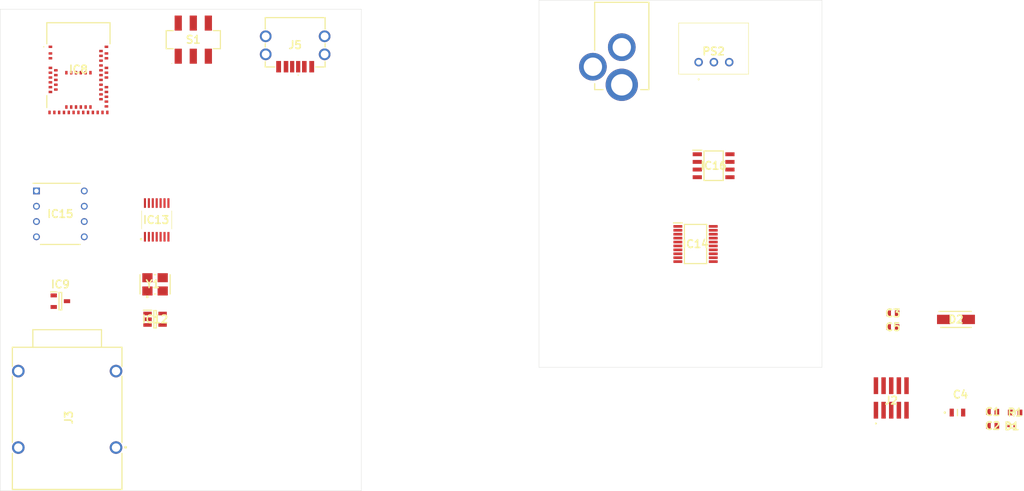
<source format=kicad_pcb>
(kicad_pcb (version 20241229) (generator "pcbnew") (generator_version "9.0")
  (layers (0 "F.Cu" signal) (2 "B.Cu" signal) (13 "F.Paste" user) (15 "B.Paste" user) (5 "F.SilkS" user "F.Silkscreen") (7 "B.SilkS" user "B.Silkscreen") (1 "F.Mask" user) (3 "B.Mask" user) (25 "Edge.Cuts" user))
  (net 0 "")
  (footprint "MySamacSys:CAPC1608X87N" (layer "F.Cu") (at 264.84 99.7075)
    (property "Reference" "C2" (at 0 0 0) (layer "F.SilkS") (effects (font (size 1.27 1.27) (thickness 0.254))))
    (property "Value" "C0603C332J5GACTU" (hide yes))
    (pad "1" smd rect (at -0.7 0) (size 0.78 0.98) (layers "F.Cu" "F.Mask" "F.Paste"))
    (pad "2" smd rect (at 0.7 0) (size 0.78 0.98) (layers "F.Cu" "F.Mask" "F.Paste"))
  )
  (footprint "MySamacSys:NMJ4HCD2" (layer "F.Cu") (at 111.13033 86.655 90)
    (property "Reference" "J3" (at -11.659 0.271 90) (layer "F.SilkS") (effects (font (size 1.27 1.27) (thickness 0.254))))
    (property "Value" "NMJ4HCD2" (hide yes))
    (fp_line (start 0 -9.1) (end -3.192 -9.1) (stroke (width 0.2)) (layer "F.SilkS"))
    (fp_line (start 0 -9.1) (end 0 9.1) (stroke (width 0.2)) (layer "F.SilkS"))
    (fp_line (start -15.8 -9.1) (end -4.8 -9.1) (stroke (width 0.2)) (layer "F.SilkS"))
    (fp_line (start -23.61 -9.1) (end -17.621 -9.1) (stroke (width 0.2)) (layer "F.SilkS"))
    (fp_line (start 2.92 -5.7) (end 0.006 -5.7) (stroke (width 0.2)) (layer "F.SilkS"))
    (fp_line (start 2.92 5.7) (end 2.92 -5.7) (stroke (width 0.2)) (layer "F.SilkS"))
    (fp_line (start 0.076 5.7) (end 2.92 5.7) (stroke (width 0.2)) (layer "F.SilkS"))
    (fp_line (start 0 9.1) (end -3.192 9.1) (stroke (width 0.2)) (layer "F.SilkS"))
    (fp_line (start -15.8 9.1) (end -4.8 9.1) (stroke (width 0.2)) (layer "F.SilkS"))
    (fp_line (start -23.61 9.1) (end -23.61 -9.1) (stroke (width 0.2)) (layer "F.SilkS"))
    (fp_line (start -23.61 9.1) (end -17.621 9.1) (stroke (width 0.2)) (layer "F.SilkS"))
    (fp_circle (center -16.615 9.696) (end -16.615 9.83934) (stroke (width 0.2)) (fill no) (layer "F.SilkS"))
    (pad "1" thru_hole circle (at -16.655 8.115 90) (size 2.1 2.1) (drill 1.4) (layers "*.Cu" "*.Mask"))
    (pad "2" thru_hole circle (at -3.955 8.115 90) (size 2.1 2.1) (drill 1.4) (layers "*.Cu" "*.Mask"))
    (pad "3" thru_hole circle (at -3.955 -8.115 90) (size 2.1 2.1) (drill 1.4) (layers "*.Cu" "*.Mask"))
    (pad "4" thru_hole circle (at -16.655 -8.115 90) (size 2.1 2.1) (drill 1.4) (layers "*.Cu" "*.Mask"))
  )
  (footprint "MySamacSys:SOIC127P600X175-8N" (layer "F.Cu") (at 218.5 56.5)
    (property "Reference" "IC16" (at 0 0 0) (layer "F.SilkS") (effects (font (size 1.27 1.27) (thickness 0.254))))
    (property "Value" "TL072QDREP" (hide yes))
    (fp_line (start -3.475 -2.58) (end -1.948 -2.58) (stroke (width 0.2)) (layer "F.SilkS"))
    (fp_line (start -1.598 -2.452) (end 1.598 -2.452) (stroke (width 0.2)) (layer "F.SilkS"))
    (fp_line (start -1.598 2.452) (end -1.598 -2.452) (stroke (width 0.2)) (layer "F.SilkS"))
    (fp_line (start 1.598 -2.452) (end 1.598 2.452) (stroke (width 0.2)) (layer "F.SilkS"))
    (fp_line (start 1.598 2.452) (end -1.598 2.452) (stroke (width 0.2)) (layer "F.SilkS"))
    (pad "1" smd rect (at -2.711 -1.905 90) (size 0.65 1.528) (layers "F.Cu" "F.Mask" "F.Paste"))
    (pad "2" smd rect (at -2.711 -0.635 90) (size 0.65 1.528) (layers "F.Cu" "F.Mask" "F.Paste"))
    (pad "3" smd rect (at -2.711 0.635 90) (size 0.65 1.528) (layers "F.Cu" "F.Mask" "F.Paste"))
    (pad "4" smd rect (at -2.711 1.905 90) (size 0.65 1.528) (layers "F.Cu" "F.Mask" "F.Paste"))
    (pad "5" smd rect (at 2.711 1.905 90) (size 0.65 1.528) (layers "F.Cu" "F.Mask" "F.Paste"))
    (pad "6" smd rect (at 2.711 0.635 90) (size 0.65 1.528) (layers "F.Cu" "F.Mask" "F.Paste"))
    (pad "7" smd rect (at 2.711 -0.635 90) (size 0.65 1.528) (layers "F.Cu" "F.Mask" "F.Paste"))
    (pad "8" smd rect (at 2.711 -1.905 90) (size 0.65 1.528) (layers "F.Cu" "F.Mask" "F.Paste"))
  )
  (footprint "MySamacSys:SODFL1006X40N" (layer "F.Cu") (at 268.035 99.7625)
    (property "Reference" "D1" (at 0 0 0) (layer "F.SilkS") (effects (font (size 1.27 1.27) (thickness 0.254))))
    (property "Value" "ESD9B5.0ST5G" (hide yes))
    (fp_line (start -0.755 -0.3) (end 0.4 -0.3) (stroke (width 0.2)) (layer "F.SilkS"))
    (fp_line (start -0.4 0.3) (end 0.4 0.3) (stroke (width 0.2)) (layer "F.SilkS"))
    (pad "1" smd rect (at -0.5 0 90) (size 0.32 0.51) (layers "F.Cu" "F.Mask" "F.Paste"))
    (pad "2" smd rect (at 0.5 0 90) (size 0.32 0.51) (layers "F.Cu" "F.Mask" "F.Paste"))
  )
  (footprint "MySamacSys:RAPC722X" (layer "F.Cu") (at 203.25 36.81 180)
    (property "Reference" "J4" (at -0.375 0.366 0) (layer "F.SilkS") (effects (font (size 1.27 1.27) (thickness 0.254))))
    (property "Value" "RAPC722X" (hide yes))
    (fp_line (start 4.5 7.45) (end 4.5 -0.507) (stroke (width 0.2)) (layer "F.SilkS"))
    (fp_line (start 4.5 -7.05) (end 4.5 -6.057) (stroke (width 0.2)) (layer "F.SilkS"))
    (fp_line (start 4.5 -7.05) (end 3.115 -7.05) (stroke (width 0.2)) (layer "F.SilkS"))
    (fp_line (start -4.5 7.45) (end 4.5 7.45) (stroke (width 0.2)) (layer "F.SilkS"))
    (fp_line (start -4.5 -7.05) (end -3.132 -7.05) (stroke (width 0.2)) (layer "F.SilkS"))
    (fp_line (start -4.5 -7.05) (end -4.5 7.45) (stroke (width 0.2)) (layer "F.SilkS"))
    (pad "1" thru_hole circle (at 4.8 -3.25 180) (size 4.6 4.6) (drill 3.05) (layers "*.Cu" "*.Mask"))
    (pad "2" thru_hole circle (at 0 0 180) (size 4.6 4.6) (drill 3.05) (layers "*.Cu" "*.Mask"))
    (pad "3" thru_hole circle (at 0 -6.25 180) (size 5.36 5.36) (drill 3.56) (layers "*.Cu" "*.Mask"))
  )
  (footprint "MySamacSys:SOT95P270X145-5N" (layer "F.Cu") (at 125.73 82)
    (property "Reference" "IC12" (at 0 0 0) (layer "F.SilkS") (effects (font (size 1.27 1.27) (thickness 0.254))))
    (property "Value" "MCP73831T-2ACI_OT" (hide yes))
    (fp_line (start -1.95 -1.5) (end -0.55 -1.5) (stroke (width 0.2)) (layer "F.SilkS"))
    (fp_line (start -0.2 -1.45) (end 0.2 -1.45) (stroke (width 0.2)) (layer "F.SilkS"))
    (fp_line (start -0.2 1.45) (end -0.2 -1.45) (stroke (width 0.2)) (layer "F.SilkS"))
    (fp_line (start 0.2 -1.45) (end 0.2 1.45) (stroke (width 0.2)) (layer "F.SilkS"))
    (fp_line (start 0.2 1.45) (end -0.2 1.45) (stroke (width 0.2)) (layer "F.SilkS"))
    (pad "1" smd rect (at -1.25 -0.95 90) (size 0.6 1.4) (layers "F.Cu" "F.Mask" "F.Paste"))
    (pad "2" smd rect (at -1.25 0 90) (size 0.6 1.4) (layers "F.Cu" "F.Mask" "F.Paste"))
    (pad "3" smd rect (at -1.25 0.95 90) (size 0.6 1.4) (layers "F.Cu" "F.Mask" "F.Paste"))
    (pad "4" smd rect (at 1.25 0.95 90) (size 0.6 1.4) (layers "F.Cu" "F.Mask" "F.Paste"))
    (pad "5" smd rect (at 1.25 -0.95 90) (size 0.6 1.4) (layers "F.Cu" "F.Mask" "F.Paste"))
  )
  (footprint "MySamacSys:PCM1808PWR" (layer "F.Cu") (at 126 65.5)
    (property "Reference" "IC13" (at -0.1 0 0) (layer "F.SilkS") (effects (font (size 1.27 1.27) (thickness 0.254))))
    (property "Value" "PCM1808PWR" (hide yes))
    (fp_line (start -2.6 3.1) (end -2.6 3.1) (stroke (width 0.2)) (layer "F.SilkS"))
    (fp_line (start -2.6 3.3) (end -2.6 3.3) (stroke (width 0.2)) (layer "F.SilkS"))
    (fp_line (start -2.5 -1.5) (end -2.5 1.5) (stroke (width 0.1)) (layer "F.SilkS"))
    (fp_line (start 2.5 -1.5) (end 2.5 1.5) (stroke (width 0.1)) (layer "F.SilkS"))
    (fp_arc (start -2.6 3.1) (mid -2.5 3.2) (end -2.6 3.3) (stroke (width 0.2)) (layer "F.SilkS"))
    (fp_arc (start -2.6 3.3) (mid -2.7 3.2) (end -2.6 3.1) (stroke (width 0.2)) (layer "F.SilkS"))
    (pad "1" smd rect (at -1.95 2.8) (size 0.35 1.6) (layers "F.Cu" "F.Mask" "F.Paste"))
    (pad "2" smd rect (at -1.3 2.8) (size 0.35 1.6) (layers "F.Cu" "F.Mask" "F.Paste"))
    (pad "3" smd rect (at -0.65 2.8) (size 0.35 1.6) (layers "F.Cu" "F.Mask" "F.Paste"))
    (pad "4" smd rect (at 0 2.8) (size 0.35 1.6) (layers "F.Cu" "F.Mask" "F.Paste"))
    (pad "5" smd rect (at 0.65 2.8) (size 0.35 1.6) (layers "F.Cu" "F.Mask" "F.Paste"))
    (pad "6" smd rect (at 1.3 2.8) (size 0.35 1.6) (layers "F.Cu" "F.Mask" "F.Paste"))
    (pad "7" smd rect (at 1.95 2.8) (size 0.35 1.6) (layers "F.Cu" "F.Mask" "F.Paste"))
    (pad "8" smd rect (at 1.95 -2.8) (size 0.35 1.6) (layers "F.Cu" "F.Mask" "F.Paste"))
    (pad "9" smd rect (at 1.3 -2.8) (size 0.35 1.6) (layers "F.Cu" "F.Mask" "F.Paste"))
    (pad "10" smd rect (at 0.65 -2.8) (size 0.35 1.6) (layers "F.Cu" "F.Mask" "F.Paste"))
    (pad "11" smd rect (at 0 -2.8) (size 0.35 1.6) (layers "F.Cu" "F.Mask" "F.Paste"))
    (pad "12" smd rect (at -0.65 -2.8) (size 0.35 1.6) (layers "F.Cu" "F.Mask" "F.Paste"))
    (pad "13" smd rect (at -1.3 -2.8) (size 0.35 1.6) (layers "F.Cu" "F.Mask" "F.Paste"))
    (pad "14" smd rect (at -1.95 -2.8) (size 0.35 1.6) (layers "F.Cu" "F.Mask" "F.Paste"))
  )
  (footprint "MySamacSys:DIOM5127X229N" (layer "F.Cu") (at 258.755 82.03)
    (property "Reference" "D2" (at 0 0 0) (layer "F.SilkS") (effects (font (size 1.27 1.27) (thickness 0.254))))
    (property "Value" "SS14-E3_61T" (hide yes))
    (fp_line (start -2.552 1.332) (end 2.552 1.332) (stroke (width 0.2)) (layer "F.SilkS"))
    (fp_line (start 2.552 -1.332) (end -2.825 -1.332) (stroke (width 0.2)) (layer "F.SilkS"))
    (pad "1" smd rect (at -2.05 0 90) (size 1.55 2.2) (layers "F.Cu" "F.Mask" "F.Paste"))
    (pad "2" smd rect (at 2.05 0 90) (size 1.55 2.2) (layers "F.Cu" "F.Mask" "F.Paste"))
  )
  (footprint "MySamacSys:SOT96P240X135-3N" (layer "F.Cu") (at 110 79)
    (property "Reference" "IC9" (at 0 -2.8 0) (layer "F.SilkS") (effects (font (size 1.27 1.27) (thickness 0.254))))
    (property "Value" "AP7333-33SAG-7" (hide yes))
    (fp_line (start -1.625 -1.535) (end -0.575 -1.535) (stroke (width 0.2)) (layer "F.SilkS"))
    (fp_line (start -0.225 -1.45) (end 0.225 -1.45) (stroke (width 0.2)) (layer "F.SilkS"))
    (fp_line (start -0.225 1.45) (end -0.225 -1.45) (stroke (width 0.2)) (layer "F.SilkS"))
    (fp_line (start 0.225 -1.45) (end 0.225 1.45) (stroke (width 0.2)) (layer "F.SilkS"))
    (fp_line (start 0.225 1.45) (end -0.225 1.45) (stroke (width 0.2)) (layer "F.SilkS"))
    (pad "1" smd rect (at -1.1 -0.96 90) (size 0.65 1.05) (layers "F.Cu" "F.Mask" "F.Paste"))
    (pad "2" smd rect (at -1.1 0.96 90) (size 0.65 1.05) (layers "F.Cu" "F.Mask" "F.Paste"))
    (pad "3" smd rect (at 1.1 0 90) (size 0.65 1.05) (layers "F.Cu" "F.Mask" "F.Paste"))
  )
  (footprint "MySamacSys:R78E1205" (layer "F.Cu") (at 216.01 39.3)
    (property "Reference" "PS2" (at 2.49 -1.8 0) (layer "F.SilkS") (effects (font (size 1.27 1.27) (thickness 0.254))))
    (property "Value" "R-78E3.3-0.5" (hide yes))
    (fp_line (start -3.31 -6.5) (end 8.29 -6.5) (stroke (width 0.1)) (layer "F.SilkS"))
    (fp_line (start -3.31 2) (end -3.31 -6.5) (stroke (width 0.1)) (layer "F.SilkS"))
    (fp_line (start 0 2.8) (end 0 2.8) (stroke (width 0.2)) (layer "F.SilkS"))
    (fp_line (start 0 2.9) (end 0 2.9) (stroke (width 0.2)) (layer "F.SilkS"))
    (fp_line (start 0 2.9) (end 0 2.9) (stroke (width 0.2)) (layer "F.SilkS"))
    (fp_line (start 8.29 -6.5) (end 8.29 2) (stroke (width 0.1)) (layer "F.SilkS"))
    (fp_line (start 8.29 2) (end -3.31 2) (stroke (width 0.1)) (layer "F.SilkS"))
    (fp_arc (start 0 2.8) (mid 0.05 2.85) (end 0 2.9) (stroke (width 0.2)) (layer "F.SilkS"))
    (fp_arc (start 0 2.8) (mid 0.05 2.85) (end 0 2.9) (stroke (width 0.2)) (layer "F.SilkS"))
    (fp_arc (start 0 2.9) (mid -0.05 2.85) (end 0 2.8) (stroke (width 0.2)) (layer "F.SilkS"))
    (pad "1" thru_hole circle (at 0 0) (size 1.414 1.414) (drill 0.87) (layers "*.Cu" "*.Mask"))
    (pad "2" thru_hole circle (at 2.54 0) (size 1.414 1.414) (drill 0.87) (layers "*.Cu" "*.Mask"))
    (pad "3" thru_hole circle (at 5.08 0) (size 1.414 1.414) (drill 0.87) (layers "*.Cu" "*.Mask"))
  )
  (footprint "MySamacSys:FTSH10501LDVK" (layer "F.Cu") (at 248 97.1075)
    (property "Reference" "J2" (at 0 -1.607 0) (layer "F.SilkS") (effects (font (size 1.27 1.27) (thickness 0.254))))
    (property "Value" "FTSH-105-01-L-DV-K" (hide yes))
    (fp_line (start -2.6 2.2) (end -2.6 2.2) (stroke (width 0.2)) (layer "F.SilkS"))
    (fp_line (start -2.6 2.2) (end -2.6 2.2) (stroke (width 0.2)) (layer "F.SilkS"))
    (fp_line (start -2.5 2.2) (end -2.5 2.2) (stroke (width 0.2)) (layer "F.SilkS"))
    (fp_arc (start -2.6 2.2) (mid -2.55 2.15) (end -2.5 2.2) (stroke (width 0.2)) (layer "F.SilkS"))
    (fp_arc (start -2.5 2.2) (mid -2.55 2.25) (end -2.6 2.2) (stroke (width 0.2)) (layer "F.SilkS"))
    (fp_arc (start -2.5 2.2) (mid -2.55 2.25) (end -2.6 2.2) (stroke (width 0.2)) (layer "F.SilkS"))
    (pad "1" smd rect (at -2.54 0) (size 0.74 2.79) (layers "F.Cu" "F.Mask" "F.Paste"))
    (pad "2" smd rect (at -2.54 -4.07) (size 0.74 2.79) (layers "F.Cu" "F.Mask" "F.Paste"))
    (pad "3" smd rect (at -1.27 0) (size 0.74 2.79) (layers "F.Cu" "F.Mask" "F.Paste"))
    (pad "4" smd rect (at -1.27 -4.07) (size 0.74 2.79) (layers "F.Cu" "F.Mask" "F.Paste"))
    (pad "5" smd rect (at 0 0) (size 0.74 2.79) (layers "F.Cu" "F.Mask" "F.Paste"))
    (pad "6" smd rect (at 0 -4.07) (size 0.74 2.79) (layers "F.Cu" "F.Mask" "F.Paste"))
    (pad "7" smd rect (at 1.27 0) (size 0.74 2.79) (layers "F.Cu" "F.Mask" "F.Paste"))
    (pad "8" smd rect (at 1.27 -4.07) (size 0.74 2.79) (layers "F.Cu" "F.Mask" "F.Paste"))
    (pad "9" smd rect (at 2.54 0) (size 0.74 2.79) (layers "F.Cu" "F.Mask" "F.Paste"))
    (pad "10" smd rect (at 2.54 -4.07) (size 0.74 2.79) (layers "F.Cu" "F.Mask" "F.Paste"))
  )
  (footprint "MySamacSys:4078" (layer "F.Cu") (at 113 40.5)
    (property "Reference" "IC8" (at 0 0 0) (layer "F.SilkS") (effects (font (size 1.27 1.27) (thickness 0.254))))
    (property "Value" "4078" (hide yes))
    (fp_line (start -5.8 -3.75) (end -5.8 -3.75) (stroke (width 0.1)) (layer "F.SilkS"))
    (fp_line (start -5.7 -3.75) (end -5.7 -3.75) (stroke (width 0.1)) (layer "F.SilkS"))
    (fp_line (start -5.25 -7.75) (end 5.25 -7.75) (stroke (width 0.2)) (layer "F.SilkS"))
    (fp_line (start -5.25 -4.25) (end -5.25 -7.75) (stroke (width 0.2)) (layer "F.SilkS"))
    (fp_line (start -5.25 4.35) (end -5.25 6.35) (stroke (width 0.2)) (layer "F.SilkS"))
    (fp_line (start 5.25 -7.75) (end 5.25 -4.25) (stroke (width 0.2)) (layer "F.SilkS"))
    (fp_arc (start -5.8 -3.75) (mid -5.75 -3.8) (end -5.7 -3.75) (stroke (width 0.1)) (layer "F.SilkS"))
    (fp_arc (start -5.7 -3.75) (mid -5.75 -3.7) (end -5.8 -3.75) (stroke (width 0.1)) (layer "F.SilkS"))
    (pad "1" smd rect (at -4.65 -3.75 90) (size 0.4 0.6) (layers "F.Cu" "F.Mask" "F.Paste"))
    (pad "2" smd rect (at -4.65 -2.65 90) (size 0.4 0.6) (layers "F.Cu" "F.Mask" "F.Paste"))
    (pad "3" smd rect (at -4.65 -1.85 90) (size 0.4 0.6) (layers "F.Cu" "F.Mask" "F.Paste"))
    (pad "4" smd rect (at -4.65 -0.25 90) (size 0.4 0.6) (layers "F.Cu" "F.Mask" "F.Paste"))
    (pad "5" smd rect (at -3.75 0.15 90) (size 0.4 0.6) (layers "F.Cu" "F.Mask" "F.Paste"))
    (pad "6" smd rect (at -4.65 0.55 90) (size 0.4 0.6) (layers "F.Cu" "F.Mask" "F.Paste"))
    (pad "7" smd rect (at -3.75 0.95 90) (size 0.4 0.6) (layers "F.Cu" "F.Mask" "F.Paste"))
    (pad "8" smd rect (at -4.65 1.35 90) (size 0.4 0.6) (layers "F.Cu" "F.Mask" "F.Paste"))
    (pad "9" smd rect (at -3.75 1.75 90) (size 0.4 0.6) (layers "F.Cu" "F.Mask" "F.Paste"))
    (pad "10" smd rect (at -4.65 2.15 90) (size 0.4 0.6) (layers "F.Cu" "F.Mask" "F.Paste"))
    (pad "11" smd rect (at -3.75 2.55 90) (size 0.4 0.6) (layers "F.Cu" "F.Mask" "F.Paste"))
    (pad "12" smd rect (at -4.65 2.95 90) (size 0.4 0.6) (layers "F.Cu" "F.Mask" "F.Paste"))
    (pad "13" smd rect (at -3.75 3.35 90) (size 0.4 0.6) (layers "F.Cu" "F.Mask" "F.Paste"))
    (pad "14" smd rect (at -4.65 3.75 90) (size 0.4 0.6) (layers "F.Cu" "F.Mask" "F.Paste"))
    (pad "15" smd rect (at -4.8 7.15) (size 0.4 0.6) (layers "F.Cu" "F.Mask" "F.Paste"))
    (pad "16" smd rect (at -4 7.15) (size 0.4 0.6) (layers "F.Cu" "F.Mask" "F.Paste"))
    (pad "17" smd rect (at -3.2 7.15) (size 0.4 0.6) (layers "F.Cu" "F.Mask" "F.Paste"))
    (pad "18" smd rect (at -2.4 7.15) (size 0.4 0.6) (layers "F.Cu" "F.Mask" "F.Paste"))
    (pad "19" smd rect (at -2 6.25) (size 0.4 0.6) (layers "F.Cu" "F.Mask" "F.Paste"))
    (pad "20" smd rect (at -1.6 7.15) (size 0.4 0.6) (layers "F.Cu" "F.Mask" "F.Paste"))
    (pad "21" smd rect (at -1.2 6.25) (size 0.4 0.6) (layers "F.Cu" "F.Mask" "F.Paste"))
    (pad "22" smd rect (at -0.8 7.15) (size 0.4 0.6) (layers "F.Cu" "F.Mask" "F.Paste"))
    (pad "23" smd rect (at -0.4 6.25) (size 0.4 0.6) (layers "F.Cu" "F.Mask" "F.Paste"))
    (pad "24" smd rect (at 0 7.15) (size 0.4 0.6) (layers "F.Cu" "F.Mask" "F.Paste"))
    (pad "25" smd rect (at 0.4 6.25) (size 0.4 0.6) (layers "F.Cu" "F.Mask" "F.Paste"))
    (pad "26" smd rect (at 0.8 7.15) (size 0.4 0.6) (layers "F.Cu" "F.Mask" "F.Paste"))
    (pad "27" smd rect (at 1.2 6.25) (size 0.4 0.6) (layers "F.Cu" "F.Mask" "F.Paste"))
    (pad "28" smd rect (at 1.6 7.15) (size 0.4 0.6) (layers "F.Cu" "F.Mask" "F.Paste"))
    (pad "29" smd rect (at 2 6.25) (size 0.4 0.6) (layers "F.Cu" "F.Mask" "F.Paste"))
    (pad "30" smd rect (at 2.4 7.15) (size 0.4 0.6) (layers "F.Cu" "F.Mask" "F.Paste"))
    (pad "31" smd rect (at 3.2 7.15) (size 0.4 0.6) (layers "F.Cu" "F.Mask" "F.Paste"))
    (pad "32" smd rect (at 4 7.15) (size 0.4 0.6) (layers "F.Cu" "F.Mask" "F.Paste"))
    (pad "33" smd rect (at 4.8 7.15) (size 0.4 0.6) (layers "F.Cu" "F.Mask" "F.Paste"))
    (pad "34" smd rect (at 4.65 6.15 90) (size 0.4 0.6) (layers "F.Cu" "F.Mask" "F.Paste"))
    (pad "35" smd rect (at 4.65 5.35 90) (size 0.4 0.6) (layers "F.Cu" "F.Mask" "F.Paste"))
    (pad "36" smd rect (at 3.75 4.95 90) (size 0.4 0.6) (layers "F.Cu" "F.Mask" "F.Paste"))
    (pad "37" smd rect (at 4.65 4.55 90) (size 0.4 0.6) (layers "F.Cu" "F.Mask" "F.Paste"))
    (pad "38" smd rect (at 3.75 4.15 90) (size 0.4 0.6) (layers "F.Cu" "F.Mask" "F.Paste"))
    (pad "39" smd rect (at 4.65 3.75 90) (size 0.4 0.6) (layers "F.Cu" "F.Mask" "F.Paste"))
    (pad "40" smd rect (at 3.75 3.35 90) (size 0.4 0.6) (layers "F.Cu" "F.Mask" "F.Paste"))
    (pad "41" smd rect (at 4.65 2.95 90) (size 0.4 0.6) (layers "F.Cu" "F.Mask" "F.Paste"))
    (pad "42" smd rect (at 3.75 2.55 90) (size 0.4 0.6) (layers "F.Cu" "F.Mask" "F.Paste"))
    (pad "43" smd rect (at 3.75 1.75 90) (size 0.4 0.6) (layers "F.Cu" "F.Mask" "F.Paste"))
    (pad "44" smd rect (at 4.65 1.35 90) (size 0.4 0.6) (layers "F.Cu" "F.Mask" "F.Paste"))
    (pad "45" smd rect (at 3.75 0.95 90) (size 0.4 0.6) (layers "F.Cu" "F.Mask" "F.Paste"))
    (pad "46" smd rect (at 4.65 0.55 90) (size 0.4 0.6) (layers "F.Cu" "F.Mask" "F.Paste"))
    (pad "47" smd rect (at 3.75 0.15 90) (size 0.4 0.6) (layers "F.Cu" "F.Mask" "F.Paste"))
    (pad "48" smd rect (at 4.65 -0.25 90) (size 0.4 0.6) (layers "F.Cu" "F.Mask" "F.Paste"))
    (pad "49" smd rect (at 3.75 -0.65 90) (size 0.4 0.6) (layers "F.Cu" "F.Mask" "F.Paste"))
    (pad "50" smd rect (at 3.75 -1.45 90) (size 0.4 0.6) (layers "F.Cu" "F.Mask" "F.Paste"))
    (pad "51" smd rect (at 4.65 -1.85 90) (size 0.4 0.6) (layers "F.Cu" "F.Mask" "F.Paste"))
    (pad "52" smd rect (at 3.75 -2.25 90) (size 0.4 0.6) (layers "F.Cu" "F.Mask" "F.Paste"))
    (pad "53" smd rect (at 4.65 -2.65 90) (size 0.4 0.6) (layers "F.Cu" "F.Mask" "F.Paste"))
    (pad "54" smd rect (at 3.75 -3.05 90) (size 0.4 0.6) (layers "F.Cu" "F.Mask" "F.Paste"))
    (pad "55" smd rect (at 4.65 -3.75 90) (size 0.4 0.6) (layers "F.Cu" "F.Mask" "F.Paste"))
    (pad "56" smd rect (at -2 0.55) (size 0.4 0.6) (layers "F.Cu" "F.Mask" "F.Paste"))
    (pad "57" smd rect (at -1.2 0.55) (size 0.4 0.6) (layers "F.Cu" "F.Mask" "F.Paste"))
    (pad "58" smd rect (at -0.4 0.55) (size 0.4 0.6) (layers "F.Cu" "F.Mask" "F.Paste"))
    (pad "59" smd rect (at 0.4 0.55) (size 0.4 0.6) (layers "F.Cu" "F.Mask" "F.Paste"))
    (pad "60" smd rect (at 1.2 0.55) (size 0.4 0.6) (layers "F.Cu" "F.Mask" "F.Paste"))
    (pad "61" smd rect (at 2 0.55) (size 0.4 0.6) (layers "F.Cu" "F.Mask" "F.Paste"))
  )
  (footprint "MySamacSys:GRM21BR60J226ME39L" (layer "F.Cu") (at 259 97.5)
    (property "Reference" "C4" (at 0.5 -3 0) (layer "F.SilkS") (effects (font (size 1.27 1.27) (thickness 0.254))))
    (property "Value" "GRM21BR60J226ME39L" (hide yes))
    (fp_line (start -2.1 -0.1) (end -2.1 -0.1) (stroke (width 0.2)) (layer "F.SilkS"))
    (fp_line (start -2.1 0.1) (end -2.1 0.1) (stroke (width 0.2)) (layer "F.SilkS"))
    (fp_line (start 0 -0.525) (end 0 0.525) (stroke (width 0.2)) (layer "F.SilkS"))
    (fp_arc (start -2.1 -0.1) (mid -2 0) (end -2.1 0.1) (stroke (width 0.2)) (layer "F.SilkS"))
    (fp_arc (start -2.1 0.1) (mid -2.2 0) (end -2.1 -0.1) (stroke (width 0.2)) (layer "F.SilkS"))
    (pad "1" smd rect (at -0.95 0) (size 0.7 1.3) (layers "F.Cu" "F.Mask" "F.Paste"))
    (pad "2" smd rect (at 0.95 0) (size 0.7 1.3) (layers "F.Cu" "F.Mask" "F.Paste"))
  )
  (footprint "MySamacSys:JS202011SCQN" (layer "F.Cu") (at 132.08 35.56)
    (property "Reference" "S1" (at 0 0.002 0) (layer "F.SilkS") (effects (font (size 1.27 1.27) (thickness 0.254))))
    (property "Value" "JS202011SCQN" (hide yes))
    (fp_line (start -4.5 -1.5) (end -4.5 1.5) (stroke (width 0.2)) (layer "F.SilkS"))
    (fp_line (start -4.5 -1.5) (end -3.323 -1.5) (stroke (width 0.2)) (layer "F.SilkS"))
    (fp_line (start -4.5 1.5) (end -3.323 1.5) (stroke (width 0.2)) (layer "F.SilkS"))
    (fp_line (start -3.614 3.968) (end -3.614 3.968) (stroke (width 0.07159)) (layer "F.SilkS"))
    (fp_line (start -3.542 3.968) (end -3.542 3.968) (stroke (width 0.07159)) (layer "F.SilkS"))
    (fp_line (start 4.5 -1.5) (end 3.323 -1.5) (stroke (width 0.2)) (layer "F.SilkS"))
    (fp_line (start 4.5 1.5) (end 3.323 1.5) (stroke (width 0.2)) (layer "F.SilkS"))
    (fp_line (start 4.5 1.5) (end 4.5 -1.5) (stroke (width 0.2)) (layer "F.SilkS"))
    (fp_arc (start -3.614 3.968) (mid -3.578 3.932) (end -3.542 3.968) (stroke (width 0.07159)) (layer "F.SilkS"))
    (fp_arc (start -3.542 3.968) (mid -3.578 4.004) (end -3.614 3.968) (stroke (width 0.07159)) (layer "F.SilkS"))
    (pad "1" smd rect (at -2.5 2.75) (size 1.2 2.5) (layers "F.Cu" "F.Mask" "F.Paste"))
    (pad "2" smd rect (at 0 2.75) (size 1.2 2.5) (layers "F.Cu" "F.Mask" "F.Paste"))
    (pad "3" smd rect (at 2.5 2.75) (size 1.2 2.5) (layers "F.Cu" "F.Mask" "F.Paste"))
    (pad "4" smd rect (at -2.5 -2.75) (size 1.2 2.5) (layers "F.Cu" "F.Mask" "F.Paste"))
    (pad "5" smd rect (at 0 -2.75) (size 1.2 2.5) (layers "F.Cu" "F.Mask" "F.Paste"))
    (pad "6" smd rect (at 2.5 -2.75) (size 1.2 2.5) (layers "F.Cu" "F.Mask" "F.Paste"))
  )
  (footprint "MySamacSys:RESC1608X55N" (layer "F.Cu") (at 268.58 97.4875)
    (property "Reference" "R1" (at 0 0 0) (layer "F.SilkS") (effects (font (size 1.27 1.27) (thickness 0.254))))
    (property "Value" "RC0603FR-07100KL" (hide yes))
    (fp_line (start 0 -0.3) (end 0 0.3) (stroke (width 0.2)) (layer "F.SilkS"))
    (pad "1" smd rect (at -0.8 0) (size 0.8 0.95) (layers "F.Cu" "F.Mask" "F.Paste"))
    (pad "2" smd rect (at 0.8 0) (size 0.8 0.95) (layers "F.Cu" "F.Mask" "F.Paste"))
  )
  (footprint "MySamacSys:CAPC1608X90N" (layer "F.Cu") (at 248.28 83.295)
    (property "Reference" "C5" (at 0 0 0) (layer "F.SilkS") (effects (font (size 1.27 1.27) (thickness 0.254))))
    (property "Value" "GRM188R60J106ME47D" (hide yes))
    (pad "1" smd rect (at -0.7 0) (size 0.75 0.94) (layers "F.Cu" "F.Mask" "F.Paste"))
    (pad "2" smd rect (at 0.7 0) (size 0.75 0.94) (layers "F.Cu" "F.Mask" "F.Paste"))
  )
  (footprint "MySamacSys:CAPC1608X87N" (layer "F.Cu") (at 264.84 97.3775)
    (property "Reference" "C1" (at 0 0 0) (layer "F.SilkS") (effects (font (size 1.27 1.27) (thickness 0.254))))
    (property "Value" "C0603C102J5GACTU" (hide yes))
    (pad "1" smd rect (at -0.7 0) (size 0.78 0.98) (layers "F.Cu" "F.Mask" "F.Paste"))
    (pad "2" smd rect (at 0.7 0) (size 0.78 0.98) (layers "F.Cu" "F.Mask" "F.Paste"))
  )
  (footprint "MySamacSys:USB4736GFA" (layer "F.Cu") (at 149 36 180)
    (property "Reference" "J5" (at 0 -0.45 0) (layer "F.SilkS") (effects (font (size 1.27 1.27) (thickness 0.254))))
    (property "Value" "USB4736-GF-A" (hide yes))
    (fp_line (start 4.97 4.1) (end -4.97 4.1) (stroke (width 0.2)) (layer "F.SilkS"))
    (fp_line (start 4.97 2.2) (end 4.97 4.1) (stroke (width 0.2)) (layer "F.SilkS"))
    (fp_line (start 4.97 -0.8) (end 4.97 -0.2) (stroke (width 0.2)) (layer "F.SilkS"))
    (fp_line (start 4.97 -4.1) (end 4.97 -3.2) (stroke (width 0.2)) (layer "F.SilkS"))
    (fp_line (start 3.4 -4.1) (end 4.97 -4.1) (stroke (width 0.2)) (layer "F.SilkS"))
    (fp_line (start -0.5 -5.4) (end -0.5 -5.4) (stroke (width 0.1)) (layer "F.SilkS"))
    (fp_line (start -0.5 -5.5) (end -0.5 -5.5) (stroke (width 0.1)) (layer "F.SilkS"))
    (fp_line (start -4.97 4.1) (end -4.97 2.2) (stroke (width 0.2)) (layer "F.SilkS"))
    (fp_line (start -4.97 -0.2) (end -4.97 -0.8) (stroke (width 0.2)) (layer "F.SilkS"))
    (fp_line (start -4.97 -3.2) (end -4.97 -4.1) (stroke (width 0.2)) (layer "F.SilkS"))
    (fp_line (start -4.97 -4.1) (end -3.4 -4.1) (stroke (width 0.2)) (layer "F.SilkS"))
    (fp_arc (start -0.5 -5.4) (mid -0.55 -5.45) (end -0.5 -5.5) (stroke (width 0.1)) (layer "F.SilkS"))
    (fp_arc (start -0.5 -5.5) (mid -0.45 -5.45) (end -0.5 -5.4) (stroke (width 0.1)) (layer "F.SilkS"))
    (pad "" np_thru_hole circle (at -3.25 -1.9 180) (size 0.95 0.95) (drill 0.95) (layers "*.Cu" "*.Mask"))
    (pad "" np_thru_hole circle (at 3.25 -1.9 180) (size 0.95 0.95) (drill 0.95) (layers "*.Cu" "*.Mask"))
    (pad "A5" smd rect (at -0.5 -4.05 180) (size 0.7 1.9) (layers "F.Cu" "F.Mask" "F.Paste"))
    (pad "A9" smd rect (at 1.52 -4.05 180) (size 0.76 1.9) (layers "F.Cu" "F.Mask" "F.Paste"))
    (pad "A12" smd rect (at 2.75 -4.05 180) (size 0.8 1.9) (layers "F.Cu" "F.Mask" "F.Paste"))
    (pad "B5" smd rect (at 0.5 -4.05 180) (size 0.7 1.9) (layers "F.Cu" "F.Mask" "F.Paste"))
    (pad "B9" smd rect (at -1.52 -4.05 180) (size 0.76 1.9) (layers "F.Cu" "F.Mask" "F.Paste"))
    (pad "B12" smd rect (at -2.75 -4.05 180) (size 0.8 1.9) (layers "F.Cu" "F.Mask" "F.Paste"))
    (pad "S1" thru_hole circle (at -4.895 -2 180) (size 1.95 1.95) (drill 1.3) (layers "*.Cu" "*.Mask"))
    (pad "S2" thru_hole circle (at -4.895 1 180) (size 1.95 1.95) (drill 1.3) (layers "*.Cu" "*.Mask"))
    (pad "S3" thru_hole circle (at 4.895 -2 180) (size 1.95 1.95) (drill 1.3) (layers "*.Cu" "*.Mask"))
    (pad "S4" thru_hole circle (at 4.895 1 180) (size 1.95 1.95) (drill 1.3) (layers "*.Cu" "*.Mask"))
  )
  (footprint "MySamacSys:CAPC1608X90N" (layer "F.Cu") (at 248.28 81.005)
    (property "Reference" "C3" (at 0 0 0) (layer "F.SilkS") (effects (font (size 1.27 1.27) (thickness 0.254))))
    (property "Value" "GCM188R71H104KA57J" (hide yes))
    (pad "1" smd rect (at -0.7 0) (size 0.75 0.94) (layers "F.Cu" "F.Mask" "F.Paste"))
    (pad "2" smd rect (at 0.7 0) (size 0.75 0.94) (layers "F.Cu" "F.Mask" "F.Paste"))
  )
  (footprint "MySamacSys:DIP794W53P254L959H508Q8N" (layer "F.Cu") (at 110 64.5)
    (property "Reference" "IC15" (at 0 0 0) (layer "F.SilkS") (effects (font (size 1.27 1.27) (thickness 0.254))))
    (property "Value" "TL071CP" (hide yes))
    (fp_line (start -4.535 -5.08) (end 3.3 -5.08) (stroke (width 0.2)) (layer "F.SilkS"))
    (fp_line (start -3.3 5.08) (end 3.3 5.08) (stroke (width 0.2)) (layer "F.SilkS"))
    (pad "1" thru_hole rect (at -3.97 -3.81) (size 1.13 1.13) (drill 0.73) (layers "*.Cu" "*.Mask"))
    (pad "2" thru_hole circle (at -3.97 -1.27) (size 1.13 1.13) (drill 0.73) (layers "*.Cu" "*.Mask"))
    (pad "3" thru_hole circle (at -3.97 1.27) (size 1.13 1.13) (drill 0.73) (layers "*.Cu" "*.Mask"))
    (pad "4" thru_hole circle (at -3.97 3.81) (size 1.13 1.13) (drill 0.73) (layers "*.Cu" "*.Mask"))
    (pad "5" thru_hole circle (at 3.97 3.81) (size 1.13 1.13) (drill 0.73) (layers "*.Cu" "*.Mask"))
    (pad "6" thru_hole circle (at 3.97 1.27) (size 1.13 1.13) (drill 0.73) (layers "*.Cu" "*.Mask"))
    (pad "7" thru_hole circle (at 3.97 -1.27) (size 1.13 1.13) (drill 0.73) (layers "*.Cu" "*.Mask"))
    (pad "8" thru_hole circle (at 3.97 -3.81) (size 1.13 1.13) (drill 0.73) (layers "*.Cu" "*.Mask"))
  )
  (footprint "MySamacSys:ASFL1" (layer "F.Cu") (at 125.73 76.2)
    (property "Reference" "Y1" (at -0.38911 -0.0398 0) (layer "F.SilkS") (effects (font (size 1.27 1.27) (thickness 0.254))))
    (property "Value" "ASFL1-12.288MHZ-EC-T" (hide yes))
    (fp_line (start -2.5 -1.6) (end -2.5 1.6) (stroke (width 0.2)) (layer "F.SilkS"))
    (fp_line (start -0.154 -1.6) (end 0.154 -1.6) (stroke (width 0.2)) (layer "F.SilkS"))
    (fp_line (start -0.154 1.6) (end 0.154 1.6) (stroke (width 0.2)) (layer "F.SilkS"))
    (fp_line (start 2.5 1.6) (end 2.5 -1.6) (stroke (width 0.2)) (layer "F.SilkS"))
    (fp_circle (center -1.299 2.066) (end -1.299 2.10269) (stroke (width 0.2)) (fill no) (layer "F.SilkS"))
    (pad "1" smd rect (at -1.27 1.1 90) (size 1.5 1.7) (layers "F.Cu" "F.Mask" "F.Paste"))
    (pad "2" smd rect (at 1.27 1.1 90) (size 1.5 1.7) (layers "F.Cu" "F.Mask" "F.Paste"))
    (pad "3" smd rect (at 1.27 -1.1 90) (size 1.5 1.7) (layers "F.Cu" "F.Mask" "F.Paste"))
    (pad "4" smd rect (at -1.27 -1.1 90) (size 1.5 1.7) (layers "F.Cu" "F.Mask" "F.Paste"))
  )
  (footprint "MySamacSys:SOP65P640X120-20N" (layer "F.Cu") (at 215.5 69.5)
    (property "Reference" "IC14" (at 0 0 0) (layer "F.SilkS") (effects (font (size 1.27 1.27) (thickness 0.254))))
    (property "Value" "PCM5102APWR" (hide yes))
    (fp_line (start -3.675 -3.5) (end -2.2 -3.5) (stroke (width 0.2)) (layer "F.SilkS"))
    (fp_line (start -1.85 -3.25) (end 1.85 -3.25) (stroke (width 0.2)) (layer "F.SilkS"))
    (fp_line (start -1.85 3.25) (end -1.85 -3.25) (stroke (width 0.2)) (layer "F.SilkS"))
    (fp_line (start 1.85 -3.25) (end 1.85 3.25) (stroke (width 0.2)) (layer "F.SilkS"))
    (fp_line (start 1.85 3.25) (end -1.85 3.25) (stroke (width 0.2)) (layer "F.SilkS"))
    (pad "1" smd rect (at -2.938 -2.925 90) (size 0.45 1.475) (layers "F.Cu" "F.Mask" "F.Paste"))
    (pad "2" smd rect (at -2.938 -2.275 90) (size 0.45 1.475) (layers "F.Cu" "F.Mask" "F.Paste"))
    (pad "3" smd rect (at -2.938 -1.625 90) (size 0.45 1.475) (layers "F.Cu" "F.Mask" "F.Paste"))
    (pad "4" smd rect (at -2.938 -0.975 90) (size 0.45 1.475) (layers "F.Cu" "F.Mask" "F.Paste"))
    (pad "5" smd rect (at -2.938 -0.325 90) (size 0.45 1.475) (layers "F.Cu" "F.Mask" "F.Paste"))
    (pad "6" smd rect (at -2.938 0.325 90) (size 0.45 1.475) (layers "F.Cu" "F.Mask" "F.Paste"))
    (pad "7" smd rect (at -2.938 0.975 90) (size 0.45 1.475) (layers "F.Cu" "F.Mask" "F.Paste"))
    (pad "8" smd rect (at -2.938 1.625 90) (size 0.45 1.475) (layers "F.Cu" "F.Mask" "F.Paste"))
    (pad "9" smd rect (at -2.938 2.275 90) (size 0.45 1.475) (layers "F.Cu" "F.Mask" "F.Paste"))
    (pad "10" smd rect (at -2.938 2.925 90) (size 0.45 1.475) (layers "F.Cu" "F.Mask" "F.Paste"))
    (pad "11" smd rect (at 2.938 2.925 90) (size 0.45 1.475) (layers "F.Cu" "F.Mask" "F.Paste"))
    (pad "12" smd rect (at 2.938 2.275 90) (size 0.45 1.475) (layers "F.Cu" "F.Mask" "F.Paste"))
    (pad "13" smd rect (at 2.938 1.625 90) (size 0.45 1.475) (layers "F.Cu" "F.Mask" "F.Paste"))
    (pad "14" smd rect (at 2.938 0.975 90) (size 0.45 1.475) (layers "F.Cu" "F.Mask" "F.Paste"))
    (pad "15" smd rect (at 2.938 0.325 90) (size 0.45 1.475) (layers "F.Cu" "F.Mask" "F.Paste"))
    (pad "16" smd rect (at 2.938 -0.325 90) (size 0.45 1.475) (layers "F.Cu" "F.Mask" "F.Paste"))
    (pad "17" smd rect (at 2.938 -0.975 90) (size 0.45 1.475) (layers "F.Cu" "F.Mask" "F.Paste"))
    (pad "18" smd rect (at 2.938 -1.625 90) (size 0.45 1.475) (layers "F.Cu" "F.Mask" "F.Paste"))
    (pad "19" smd rect (at 2.938 -2.275 90) (size 0.45 1.475) (layers "F.Cu" "F.Mask" "F.Paste"))
    (pad "20" smd rect (at 2.938 -2.925 90) (size 0.45 1.475) (layers "F.Cu" "F.Mask" "F.Paste"))
  )
  (gr_rect (start 189.5 29) (end 236.5 90) (stroke (width 0.05)) (fill no) (layer "Edge.Cuts"))
  (gr_rect (start 100 30.5) (end 160 110.5) (stroke (width 0.05)) (fill no) (layer "Edge.Cuts"))
)
</source>
